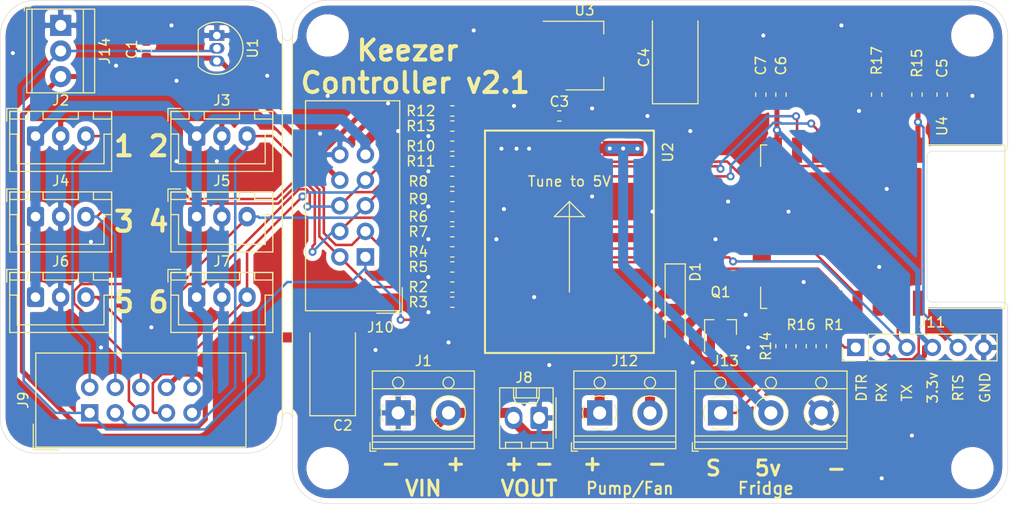
<source format=kicad_pcb>
(kicad_pcb (version 20171130) (host pcbnew "(5.1.4-0-10_14)")
  (layers (0 F.Cu signal) (31 B.Cu signal) (34 B.Paste user) (35 F.Paste user) (36 B.SilkS user) (37 F.SilkS user) (38 B.Mask user) (39 F.Mask user) (44 Edge.Cuts user))
  (net 0 "")
  (net 1 GND)
  (net 2 +3V3)
  (net 3 VCC)
  (net 4 +5V)
  (net 5 /~RST)
  (net 6 "Net-(D1-Pad2)")
  (net 7 "Net-(J10-Pad2)")
  (net 8 "Net-(J10-Pad3)")
  (net 9 "Net-(J10-Pad4)")
  (net 10 "Net-(J10-Pad5)")
  (net 11 "Net-(J10-Pad6)")
  (net 12 "Net-(J10-Pad7)")
  (net 13 /GPIO0_1W)
  (net 14 /RX_FL1)
  (net 15 /TX)
  (net 16 /GPIO2_FRIDGE)
  (net 17 /GPIO15_PUMP)
  (net 18 /FL2)
  (net 19 /FL3)
  (net 20 /FL4)
  (net 21 /FL5)
  (net 22 /FL6)
  (net 23 /EN)
  (module Connector_IDC:IDC-Header_2x05_P2.54mm_Vertical (layer F.Cu) (at 38.88 121 90)
    (fp_text reference J9 (at 1.27 -6.604 90) (layer F.SilkS))
    (fp_text value "Snapoff outer")
    (pad 10 thru_hole oval (at 2.54 10.16 90) (size 1.7272 1.7272) (drill 1.016) (layers *.Cu *.Mask) (net 1 GND))
    (pad 9 thru_hole oval (at 0 10.16 90) (size 1.7272 1.7272) (drill 1.016) (layers *.Cu *.Mask) (net 4 +5V))
    (pad 8 thru_hole oval (at 2.54 7.62 90) (size 1.7272 1.7272) (drill 1.016) (layers *.Cu *.Mask) (net 2 +3V3))
    (pad 7 thru_hole oval (at 0 7.62 90) (size 1.7272 1.7272) (drill 1.016) (layers *.Cu *.Mask) (net 12 "Net-(J10-Pad7)"))
    (pad 6 thru_hole oval (at 2.54 5.08 90) (size 1.7272 1.7272) (drill 1.016) (layers *.Cu *.Mask) (net 11 "Net-(J10-Pad6)"))
    (pad 5 thru_hole oval (at 0 5.08 90) (size 1.7272 1.7272) (drill 1.016) (layers *.Cu *.Mask) (net 10 "Net-(J10-Pad5)"))
    (pad 4 thru_hole oval (at 2.54 2.54 90) (size 1.7272 1.7272) (drill 1.016) (layers *.Cu *.Mask) (net 9 "Net-(J10-Pad4)"))
    (pad 3 thru_hole oval (at 0 2.54 90) (size 1.7272 1.7272) (drill 1.016) (layers *.Cu *.Mask) (net 8 "Net-(J10-Pad3)"))
    (pad 2 thru_hole oval (at 2.54 0 90) (size 1.7272 1.7272) (drill 1.016) (layers *.Cu *.Mask) (net 7 "Net-(J10-Pad2)"))
    (pad 1 thru_hole rect (at 0 0 90) (size 1.7272 1.7272) (drill 1.016) (layers *.Cu *.Mask) (net 13 /GPIO0_1W))
  )
  (module TerminalBlock_RND:TerminalBlock_RND_205-00013_1x03_P5.00mm_Horizontal (layer F.Cu) (at 101.5 121)
    (fp_text reference J13 (at 0.5 -5.16) (layer F.SilkS))
    (fp_text value Fridge)
    (pad 3 thru_hole circle (at 10 0) (size 2.5 2.5) (drill 1.3) (layers *.Cu *.Mask) (net 1 GND))
    (pad 2 thru_hole circle (at 5 0) (size 2.5 2.5) (drill 1.3) (layers *.Cu *.Mask) (net 4 +5V))
    (pad 1 thru_hole rect (at 0 0) (size 2.5 2.5) (drill 1.3) (layers *.Cu *.Mask) (net 16 /GPIO2_FRIDGE))
  )
  (module TerminalBlock_RND:TerminalBlock_RND_205-00012_1x02_P5.00mm_Horizontal (layer F.Cu) (at 89.5 121)
    (fp_text reference J12 (at 2.5 -5.16) (layer F.SilkS))
    (fp_text value "Cool pump")
    (pad 2 thru_hole circle (at 5 0) (size 2.5 2.5) (drill 1.3) (layers *.Cu *.Mask) (net 6 "Net-(D1-Pad2)"))
    (pad 1 thru_hole rect (at 0 0) (size 2.5 2.5) (drill 1.3) (layers *.Cu *.Mask) (net 3 VCC))
  )
  (module TerminalBlock_RND:TerminalBlock_RND_205-00012_1x02_P5.00mm_Horizontal (layer F.Cu) (at 69.5 121)
    (fp_text reference J1 (at 2.5 -5.16) (layer F.SilkS))
    (fp_text value Vin)
    (pad 2 thru_hole circle (at 5 0) (size 2.5 2.5) (drill 1.3) (layers *.Cu *.Mask) (net 3 VCC))
    (pad 1 thru_hole rect (at 0 0) (size 2.5 2.5) (drill 1.3) (layers *.Cu *.Mask) (net 1 GND))
  )
  (module Connector_PinHeader_2.54mm:PinHeader_1x06_P2.54mm_Vertical (layer F.Cu) (at 114.92 114.5 90)
    (fp_text reference J11 (at 2.5 7.58 180) (layer F.SilkS))
    (fp_text value Prog)
    (pad 6 thru_hole oval (at 0 12.7 90) (size 1.7 1.7) (drill 1) (layers *.Cu *.Mask) (net 1 GND))
    (pad 5 thru_hole oval (at 0 10.16 90) (size 1.7 1.7) (drill 1) (layers *.Cu *.Mask) (net 5 /~RST))
    (pad 4 thru_hole oval (at 0 7.62 90) (size 1.7 1.7) (drill 1) (layers *.Cu *.Mask) (net 2 +3V3))
    (pad 3 thru_hole oval (at 0 5.08 90) (size 1.7 1.7) (drill 1) (layers *.Cu *.Mask) (net 14 /RX_FL1))
    (pad 2 thru_hole oval (at 0 2.54 90) (size 1.7 1.7) (drill 1) (layers *.Cu *.Mask) (net 15 /TX))
    (pad 1 thru_hole rect (at 0 0 90) (size 1.7 1.7) (drill 1) (layers *.Cu *.Mask) (net 13 /GPIO0_1W))
  )
  (module MountingHole:MountingHole_3.2mm_M3 (layer F.Cu) (at 126.5 83.5)
    (fp_text reference H4 (at 0 0) (layer F.SilkS))
    (fp_text value MountingHole)
    (pad 1 np_thru_hole circle (at 0 0) (size 3.2 3.2) (drill 3.2) (layers *.Cu *.Mask))
  )
  (module MountingHole:MountingHole_3.2mm_M3 (layer F.Cu) (at 126.5 126.5)
    (fp_text reference H3 (at 0 0) (layer F.SilkS))
    (fp_text value MountingHole)
    (pad 1 np_thru_hole circle (at 0 0) (size 3.2 3.2) (drill 3.2) (layers *.Cu *.Mask))
  )
  (module MountingHole:MountingHole_3.2mm_M3 (layer F.Cu) (at 62.5 126.5)
    (fp_text reference H2 (at 0 0) (layer F.SilkS))
    (fp_text value MountingHole)
    (pad 1 np_thru_hole circle (at 0 0) (size 3.2 3.2) (drill 3.2) (layers *.Cu *.Mask))
  )
  (module MountingHole:MountingHole_3.2mm_M3 (layer F.Cu) (at 62.5 83.5)
    (fp_text reference H1 (at 0 0) (layer F.SilkS))
    (fp_text value MountingHole)
    (pad 1 np_thru_hole circle (at 0 0) (size 3.2 3.2) (drill 3.2) (layers *.Cu *.Mask))
  )
  (module RF_Module:ESP-12E (layer F.Cu) (at 117.6 102.5 270)
    (fp_text reference U4 (at -10 -5.9 90) (layer F.SilkS))
    (fp_text value ESP-12F)
    (pad 22 smd rect (at 7.6 -3.5 270) (size 2.5 1) (layers F.Cu F.Paste F.Mask) (net 15 /TX))
    (pad 21 smd rect (at 7.6 -1.5 270) (size 2.5 1) (layers F.Cu F.Paste F.Mask) (net 14 /RX_FL1))
    (pad 20 smd rect (at 7.6 0.5 270) (size 2.5 1) (layers F.Cu F.Paste F.Mask) (net 19 /FL3))
    (pad 19 smd rect (at 7.6 2.5 270) (size 2.5 1) (layers F.Cu F.Paste F.Mask) (net 18 /FL2))
    (pad 18 smd rect (at 7.6 4.5 270) (size 2.5 1) (layers F.Cu F.Paste F.Mask) (net 13 /GPIO0_1W))
    (pad 17 smd rect (at 7.6 6.5 270) (size 2.5 1) (layers F.Cu F.Paste F.Mask) (net 16 /GPIO2_FRIDGE))
    (pad 16 smd rect (at 7.6 8.5 270) (size 2.5 1) (layers F.Cu F.Paste F.Mask) (net 17 /GPIO15_PUMP))
    (pad 15 smd rect (at 7.6 10.5 270) (size 2.5 1) (layers F.Cu F.Paste F.Mask) (net 1 GND))
    (pad 14 smd rect (at 5 12 270) (size 1 1.8) (layers F.Cu F.Paste F.Mask))
    (pad 13 smd rect (at 3 12 270) (size 1 1.8) (layers F.Cu F.Paste F.Mask))
    (pad 12 smd rect (at 1 12 270) (size 1 1.8) (layers F.Cu F.Paste F.Mask))
    (pad 11 smd rect (at -1 12 270) (size 1 1.8) (layers F.Cu F.Paste F.Mask))
    (pad 10 smd rect (at -3 12 270) (size 1 1.8) (layers F.Cu F.Paste F.Mask))
    (pad 9 smd rect (at -5 12 270) (size 1 1.8) (layers F.Cu F.Paste F.Mask))
    (pad 8 smd rect (at -7.6 10.5 270) (size 2.5 1) (layers F.Cu F.Paste F.Mask) (net 2 +3V3))
    (pad 7 smd rect (at -7.6 8.5 270) (size 2.5 1) (layers F.Cu F.Paste F.Mask) (net 21 /FL5))
    (pad 6 smd rect (at -7.6 6.5 270) (size 2.5 1) (layers F.Cu F.Paste F.Mask) (net 20 /FL4))
    (pad 5 smd rect (at -7.6 4.5 270) (size 2.5 1) (layers F.Cu F.Paste F.Mask) (net 22 /FL6))
    (pad 4 smd rect (at -7.6 2.5 270) (size 2.5 1) (layers F.Cu F.Paste F.Mask))
    (pad 3 smd rect (at -7.6 0.5 270) (size 2.5 1) (layers F.Cu F.Paste F.Mask) (net 23 /EN))
    (pad 2 smd rect (at -7.6 -1.5 270) (size 2.5 1) (layers F.Cu F.Paste F.Mask))
    (pad 1 smd rect (at -7.6 -3.5 270) (size 2.5 1) (layers F.Cu F.Paste F.Mask) (net 5 /~RST))
  )
  (module Package_TO_SOT_SMD:SOT-223-3_TabPin2 (layer F.Cu) (at 88 85.5)
    (fp_text reference U3 (at 0 -4.5) (layer F.SilkS))
    (fp_text value AMS1117-3.3)
    (pad 1 smd rect (at -3.15 -2.3) (size 2 1.5) (layers F.Cu F.Paste F.Mask) (net 1 GND))
    (pad 3 smd rect (at -3.15 2.3) (size 2 1.5) (layers F.Cu F.Paste F.Mask) (net 4 +5V))
    (pad 2 smd rect (at -3.15 0) (size 2 1.5) (layers F.Cu F.Paste F.Mask) (net 2 +3V3))
    (pad 2 smd rect (at 3.15 0) (size 2 3.8) (layers F.Cu F.Paste F.Mask) (net 2 +3V3))
  )
  (module modules:MP1584module (layer F.Cu) (at 86.5 104 90)
    (fp_text reference U2 (at 8.89 9.779 90) (layer F.SilkS))
    (fp_text value "MP1584 module")
    (pad 1 smd rect (at -9.271 -5.334 90) (size 1.524 4.064) (layers F.Cu F.Paste F.Mask) (net 1 GND))
    (pad 1 smd rect (at 9.271 -5.334 90) (size 1.524 4.064) (layers F.Cu F.Paste F.Mask) (net 1 GND))
    (pad 2 smd rect (at 9.271 5.334 90) (size 1.524 4.064) (layers F.Cu F.Paste F.Mask) (net 4 +5V))
    (pad 3 smd rect (at -9.271 5.334 90) (size 1.524 4.064) (layers F.Cu F.Paste F.Mask) (net 3 VCC))
  )
  (module Package_TO_SOT_THT:TO-92_Inline (layer F.Cu) (at 51.5 83.5 270)
    (fp_text reference U1 (at 1.27 -3.56 90) (layer F.SilkS))
    (fp_text value DS18B20)
    (pad 1 thru_hole rect (at 0 0 270) (size 1.05 1.5) (drill 0.75) (layers *.Cu *.Mask) (net 1 GND))
    (pad 3 thru_hole oval (at 2.54 0 270) (size 1.05 1.5) (drill 0.75) (layers *.Cu *.Mask) (net 2 +3V3))
    (pad 2 thru_hole oval (at 1.27 0 270) (size 1.05 1.5) (drill 0.75) (layers *.Cu *.Mask) (net 13 /GPIO0_1W))
  )
  (module Resistor_SMD:R_0603_1608Metric_Pad1.05x0.95mm_HandSolder (layer F.Cu) (at 117 89.375 90)
    (fp_text reference R17 (at 3.375 0 90) (layer F.SilkS))
    (fp_text value 10k)
    (pad 2 smd roundrect (at 0.875 0 90) (size 1.05 0.95) (layers F.Cu F.Paste F.Mask) (net 2 +3V3))
    (pad 1 smd roundrect (at -0.875 0 90) (size 1.05 0.95) (layers F.Cu F.Paste F.Mask) (net 23 /EN))
  )
  (module Resistor_SMD:R_0603_1608Metric_Pad1.05x0.95mm_HandSolder (layer F.Cu) (at 109.5 114.375 270)
    (fp_text reference R16 (at -2.125 0 180) (layer F.SilkS))
    (fp_text value 10k)
    (pad 2 smd roundrect (at 0.875 0 270) (size 1.05 0.95) (layers F.Cu F.Paste F.Mask) (net 2 +3V3))
    (pad 1 smd roundrect (at -0.875 0 270) (size 1.05 0.95) (layers F.Cu F.Paste F.Mask) (net 16 /GPIO2_FRIDGE))
  )
  (module Resistor_SMD:R_0603_1608Metric_Pad1.05x0.95mm_HandSolder (layer F.Cu) (at 121 89.375 90)
    (fp_text reference R15 (at 3.125 0 90) (layer F.SilkS))
    (fp_text value 10k)
    (pad 2 smd roundrect (at 0.875 0 90) (size 1.05 0.95) (layers F.Cu F.Paste F.Mask) (net 2 +3V3))
    (pad 1 smd roundrect (at -0.875 0 90) (size 1.05 0.95) (layers F.Cu F.Paste F.Mask) (net 5 /~RST))
  )
  (module Resistor_SMD:R_0603_1608Metric_Pad1.05x0.95mm_HandSolder (layer F.Cu) (at 107.5 114.375 270)
    (fp_text reference R14 (at 0 1.5 90) (layer F.SilkS))
    (fp_text value 10k)
    (pad 2 smd roundrect (at 0.875 0 270) (size 1.05 0.95) (layers F.Cu F.Paste F.Mask) (net 1 GND))
    (pad 1 smd roundrect (at -0.875 0 270) (size 1.05 0.95) (layers F.Cu F.Paste F.Mask) (net 17 /GPIO15_PUMP))
  )
  (module Resistor_SMD:R_0603_1608Metric_Pad1.05x0.95mm_HandSolder (layer F.Cu) (at 74.875 92.5 180)
    (fp_text reference R13 (at 3.125 0) (layer F.SilkS))
    (fp_text value 20k)
    (pad 2 smd roundrect (at 0.875 0 180) (size 1.05 0.95) (layers F.Cu F.Paste F.Mask) (net 1 GND))
    (pad 1 smd roundrect (at -0.875 0 180) (size 1.05 0.95) (layers F.Cu F.Paste F.Mask) (net 22 /FL6))
  )
  (module Resistor_SMD:R_0603_1608Metric_Pad1.05x0.95mm_HandSolder (layer F.Cu) (at 74.875 91)
    (fp_text reference R12 (at -3.125 0) (layer F.SilkS))
    (fp_text value 10k)
    (pad 2 smd roundrect (at 0.875 0) (size 1.05 0.95) (layers F.Cu F.Paste F.Mask) (net 22 /FL6))
    (pad 1 smd roundrect (at -0.875 0) (size 1.05 0.95) (layers F.Cu F.Paste F.Mask) (net 12 "Net-(J10-Pad7)"))
  )
  (module Resistor_SMD:R_0603_1608Metric_Pad1.05x0.95mm_HandSolder (layer F.Cu) (at 74.875 96 180)
    (fp_text reference R11 (at 3.125 0) (layer F.SilkS))
    (fp_text value 20k)
    (pad 2 smd roundrect (at 0.875 0 180) (size 1.05 0.95) (layers F.Cu F.Paste F.Mask) (net 1 GND))
    (pad 1 smd roundrect (at -0.875 0 180) (size 1.05 0.95) (layers F.Cu F.Paste F.Mask) (net 21 /FL5))
  )
  (module Resistor_SMD:R_0603_1608Metric_Pad1.05x0.95mm_HandSolder (layer F.Cu) (at 74.875 94.5)
    (fp_text reference R10 (at -3.125 0) (layer F.SilkS))
    (fp_text value 10k)
    (pad 2 smd roundrect (at 0.875 0) (size 1.05 0.95) (layers F.Cu F.Paste F.Mask) (net 21 /FL5))
    (pad 1 smd roundrect (at -0.875 0) (size 1.05 0.95) (layers F.Cu F.Paste F.Mask) (net 11 "Net-(J10-Pad6)"))
  )
  (module Resistor_SMD:R_0603_1608Metric_Pad1.05x0.95mm_HandSolder (layer F.Cu) (at 74.875 99.5 180)
    (fp_text reference R9 (at 3.375 -0.25) (layer F.SilkS))
    (fp_text value 20k)
    (pad 2 smd roundrect (at 0.875 0 180) (size 1.05 0.95) (layers F.Cu F.Paste F.Mask) (net 1 GND))
    (pad 1 smd roundrect (at -0.875 0 180) (size 1.05 0.95) (layers F.Cu F.Paste F.Mask) (net 20 /FL4))
  )
  (module Resistor_SMD:R_0603_1608Metric_Pad1.05x0.95mm_HandSolder (layer F.Cu) (at 74.875 98)
    (fp_text reference R8 (at -3.375 0) (layer F.SilkS))
    (fp_text value 10k)
    (pad 2 smd roundrect (at 0.875 0) (size 1.05 0.95) (layers F.Cu F.Paste F.Mask) (net 20 /FL4))
    (pad 1 smd roundrect (at -0.875 0) (size 1.05 0.95) (layers F.Cu F.Paste F.Mask) (net 10 "Net-(J10-Pad5)"))
  )
  (module Resistor_SMD:R_0603_1608Metric_Pad1.05x0.95mm_HandSolder (layer F.Cu) (at 74.875 103 180)
    (fp_text reference R7 (at 3.375 0) (layer F.SilkS))
    (fp_text value 20k)
    (pad 2 smd roundrect (at 0.875 0 180) (size 1.05 0.95) (layers F.Cu F.Paste F.Mask) (net 1 GND))
    (pad 1 smd roundrect (at -0.875 0 180) (size 1.05 0.95) (layers F.Cu F.Paste F.Mask) (net 19 /FL3))
  )
  (module Resistor_SMD:R_0603_1608Metric_Pad1.05x0.95mm_HandSolder (layer F.Cu) (at 74.875 101.5)
    (fp_text reference R6 (at -3.375 0) (layer F.SilkS))
    (fp_text value 10k)
    (pad 2 smd roundrect (at 0.875 0) (size 1.05 0.95) (layers F.Cu F.Paste F.Mask) (net 19 /FL3))
    (pad 1 smd roundrect (at -0.875 0) (size 1.05 0.95) (layers F.Cu F.Paste F.Mask) (net 9 "Net-(J10-Pad4)"))
  )
  (module Resistor_SMD:R_0603_1608Metric_Pad1.05x0.95mm_HandSolder (layer F.Cu) (at 74.875 106.5 180)
    (fp_text reference R5 (at 3.375 0) (layer F.SilkS))
    (fp_text value 20k)
    (pad 2 smd roundrect (at 0.875 0 180) (size 1.05 0.95) (layers F.Cu F.Paste F.Mask) (net 1 GND))
    (pad 1 smd roundrect (at -0.875 0 180) (size 1.05 0.95) (layers F.Cu F.Paste F.Mask) (net 18 /FL2))
  )
  (module Resistor_SMD:R_0603_1608Metric_Pad1.05x0.95mm_HandSolder (layer F.Cu) (at 74.875 105)
    (fp_text reference R4 (at -3.375 0) (layer F.SilkS))
    (fp_text value 10k)
    (pad 2 smd roundrect (at 0.875 0) (size 1.05 0.95) (layers F.Cu F.Paste F.Mask) (net 18 /FL2))
    (pad 1 smd roundrect (at -0.875 0) (size 1.05 0.95) (layers F.Cu F.Paste F.Mask) (net 8 "Net-(J10-Pad3)"))
  )
  (module Resistor_SMD:R_0603_1608Metric_Pad1.05x0.95mm_HandSolder (layer F.Cu) (at 74.875 110 180)
    (fp_text reference R3 (at 3.375 0) (layer F.SilkS))
    (fp_text value 20k)
    (pad 2 smd roundrect (at 0.875 0 180) (size 1.05 0.95) (layers F.Cu F.Paste F.Mask) (net 1 GND))
    (pad 1 smd roundrect (at -0.875 0 180) (size 1.05 0.95) (layers F.Cu F.Paste F.Mask) (net 14 /RX_FL1))
  )
  (module Resistor_SMD:R_0603_1608Metric_Pad1.05x0.95mm_HandSolder (layer F.Cu) (at 74.875 108.5)
    (fp_text reference R2 (at -3.375 0) (layer F.SilkS))
    (fp_text value 10k)
    (pad 2 smd roundrect (at 0.875 0) (size 1.05 0.95) (layers F.Cu F.Paste F.Mask) (net 14 /RX_FL1))
    (pad 1 smd roundrect (at -0.875 0) (size 1.05 0.95) (layers F.Cu F.Paste F.Mask) (net 7 "Net-(J10-Pad2)"))
  )
  (module Resistor_SMD:R_0603_1608Metric_Pad1.05x0.95mm_HandSolder (layer F.Cu) (at 111.5 114.375 270)
    (fp_text reference R1 (at -2.125 -1.25 180) (layer F.SilkS))
    (fp_text value 4k7)
    (pad 2 smd roundrect (at 0.875 0 270) (size 1.05 0.95) (layers F.Cu F.Paste F.Mask) (net 2 +3V3))
    (pad 1 smd roundrect (at -0.875 0 270) (size 1.05 0.95) (layers F.Cu F.Paste F.Mask) (net 13 /GPIO0_1W))
  )
  (module Package_TO_SOT_SMD:SOT-23_Handsoldering (layer F.Cu) (at 101.5 112.5 90)
    (fp_text reference Q1 (at 3.5 0 180) (layer F.SilkS))
    (fp_text value SI2302DS_N-FET)
    (pad 3 smd rect (at 1.5 0 90) (size 1.9 0.8) (layers F.Cu F.Paste F.Mask) (net 6 "Net-(D1-Pad2)"))
    (pad 2 smd rect (at -1.5 0.95 90) (size 1.9 0.8) (layers F.Cu F.Paste F.Mask) (net 1 GND))
    (pad 1 smd rect (at -1.5 -0.95 90) (size 1.9 0.8) (layers F.Cu F.Paste F.Mask) (net 17 /GPIO15_PUMP))
  )
  (module TerminalBlock_TE-Connectivity:TerminalBlock_TE_282834-3_1x03_P2.54mm_Horizontal (layer F.Cu) (at 36 82.5 270)
    (fp_text reference J14 (at 2.54 -4.37 90) (layer F.SilkS))
    (fp_text value 1W)
    (pad 3 thru_hole circle (at 5.08 0 270) (size 2.1 2.1) (drill 1.1) (layers *.Cu *.Mask) (net 2 +3V3))
    (pad 2 thru_hole circle (at 2.54 0 270) (size 2.1 2.1) (drill 1.1) (layers *.Cu *.Mask) (net 13 /GPIO0_1W))
    (pad 1 thru_hole rect (at 0 0 270) (size 2.1 2.1) (drill 1.1) (layers *.Cu *.Mask) (net 1 GND))
  )
  (module Connector_IDC:IDC-Header_2x05_P2.54mm_Vertical (layer F.Cu) (at 66.25 105.5 180)
    (fp_text reference J10 (at -1.5 -7) (layer F.SilkS))
    (fp_text value "Snapoff inner")
    (pad 10 thru_hole oval (at 2.54 10.16 180) (size 1.7272 1.7272) (drill 1.016) (layers *.Cu *.Mask) (net 1 GND))
    (pad 9 thru_hole oval (at 0 10.16 180) (size 1.7272 1.7272) (drill 1.016) (layers *.Cu *.Mask) (net 4 +5V))
    (pad 8 thru_hole oval (at 2.54 7.62 180) (size 1.7272 1.7272) (drill 1.016) (layers *.Cu *.Mask) (net 2 +3V3))
    (pad 7 thru_hole oval (at 0 7.62 180) (size 1.7272 1.7272) (drill 1.016) (layers *.Cu *.Mask) (net 12 "Net-(J10-Pad7)"))
    (pad 6 thru_hole oval (at 2.54 5.08 180) (size 1.7272 1.7272) (drill 1.016) (layers *.Cu *.Mask) (net 11 "Net-(J10-Pad6)"))
    (pad 5 thru_hole oval (at 0 5.08 180) (size 1.7272 1.7272) (drill 1.016) (layers *.Cu *.Mask) (net 10 "Net-(J10-Pad5)"))
    (pad 4 thru_hole oval (at 2.54 2.54 180) (size 1.7272 1.7272) (drill 1.016) (layers *.Cu *.Mask) (net 9 "Net-(J10-Pad4)"))
    (pad 3 thru_hole oval (at 0 2.54 180) (size 1.7272 1.7272) (drill 1.016) (layers *.Cu *.Mask) (net 8 "Net-(J10-Pad3)"))
    (pad 2 thru_hole oval (at 2.54 0 180) (size 1.7272 1.7272) (drill 1.016) (layers *.Cu *.Mask) (net 7 "Net-(J10-Pad2)"))
    (pad 1 thru_hole rect (at 0 0 180) (size 1.7272 1.7272) (drill 1.016) (layers *.Cu *.Mask) (net 13 /GPIO0_1W))
  )
  (module Connector_Molex:Molex_KK-254_AE-6410-02A_1x02_P2.54mm_Vertical (layer F.Cu) (at 83.5 121.5 180)
    (fp_text reference J8 (at 1.5 4) (layer F.SilkS))
    (fp_text value Vout)
    (pad 2 thru_hole oval (at 2.54 0 180) (size 1.74 2.2) (drill 1.2) (layers *.Cu *.Mask) (net 3 VCC))
    (pad 1 thru_hole roundrect (at 0 0 180) (size 1.74 2.2) (drill 1.2) (layers *.Cu *.Mask) (roundrect_rratio 0.143678) (net 1 GND))
  )
  (module Connector_JST:JST_XH_B3B-XH-A_1x03_P2.50mm_Vertical (layer F.Cu) (at 49.5 109.5)
    (fp_text reference J7 (at 2.5 -3.55) (layer F.SilkS))
    (fp_text value Flow6)
    (pad 3 thru_hole oval (at 5 0) (size 1.7 1.95) (drill 0.95) (layers *.Cu *.Mask) (net 12 "Net-(J10-Pad7)"))
    (pad 2 thru_hole oval (at 2.5 0) (size 1.7 1.95) (drill 0.95) (layers *.Cu *.Mask) (net 1 GND))
    (pad 1 thru_hole roundrect (at 0 0) (size 1.7 1.95) (drill 0.95) (layers *.Cu *.Mask) (roundrect_rratio 0.147059) (net 4 +5V))
  )
  (module Connector_JST:JST_XH_B3B-XH-A_1x03_P2.50mm_Vertical (layer F.Cu) (at 33.5 109.5)
    (fp_text reference J6 (at 2.5 -3.55) (layer F.SilkS))
    (fp_text value Flow5)
    (pad 3 thru_hole oval (at 5 0) (size 1.7 1.95) (drill 0.95) (layers *.Cu *.Mask) (net 11 "Net-(J10-Pad6)"))
    (pad 2 thru_hole oval (at 2.5 0) (size 1.7 1.95) (drill 0.95) (layers *.Cu *.Mask) (net 1 GND))
    (pad 1 thru_hole roundrect (at 0 0) (size 1.7 1.95) (drill 0.95) (layers *.Cu *.Mask) (roundrect_rratio 0.147059) (net 4 +5V))
  )
  (module Connector_JST:JST_XH_B3B-XH-A_1x03_P2.50mm_Vertical (layer F.Cu) (at 49.5 101.5)
    (fp_text reference J5 (at 2.5 -3.55) (layer F.SilkS))
    (fp_text value Flow4)
    (pad 3 thru_hole oval (at 5 0) (size 1.7 1.95) (drill 0.95) (layers *.Cu *.Mask) (net 10 "Net-(J10-Pad5)"))
    (pad 2 thru_hole oval (at 2.5 0) (size 1.7 1.95) (drill 0.95) (layers *.Cu *.Mask) (net 1 GND))
    (pad 1 thru_hole roundrect (at 0 0) (size 1.7 1.95) (drill 0.95) (layers *.Cu *.Mask) (roundrect_rratio 0.147059) (net 4 +5V))
  )
  (module Connector_JST:JST_XH_B3B-XH-A_1x03_P2.50mm_Vertical (layer F.Cu) (at 33.5 101.5)
    (fp_text reference J4 (at 2.5 -3.55) (layer F.SilkS))
    (fp_text value Flow3)
    (pad 3 thru_hole oval (at 5 0) (size 1.7 1.95) (drill 0.95) (layers *.Cu *.Mask) (net 9 "Net-(J10-Pad4)"))
    (pad 2 thru_hole oval (at 2.5 0) (size 1.7 1.95) (drill 0.95) (layers *.Cu *.Mask) (net 1 GND))
    (pad 1 thru_hole roundrect (at 0 0) (size 1.7 1.95) (drill 0.95) (layers *.Cu *.Mask) (roundrect_rratio 0.147059) (net 4 +5V))
  )
  (module Connector_JST:JST_XH_B3B-XH-A_1x03_P2.50mm_Vertical (layer F.Cu) (at 49.5 93.5)
    (fp_text reference J3 (at 2.5 -3.55) (layer F.SilkS))
    (fp_text value Flow2)
    (pad 3 thru_hole oval (at 5 0) (size 1.7 1.95) (drill 0.95) (layers *.Cu *.Mask) (net 8 "Net-(J10-Pad3)"))
    (pad 2 thru_hole oval (at 2.5 0) (size 1.7 1.95) (drill 0.95) (layers *.Cu *.Mask) (net 1 GND))
    (pad 1 thru_hole roundrect (at 0 0) (size 1.7 1.95) (drill 0.95) (layers *.Cu *.Mask) (roundrect_rratio 0.147059) (net 4 +5V))
  )
  (module Connector_JST:JST_XH_B3B-XH-A_1x03_P2.50mm_Vertical (layer F.Cu) (at 33.5 93.5)
    (fp_text reference J2 (at 2.5 -3.55) (layer F.SilkS))
    (fp_text value Flow1)
    (pad 3 thru_hole oval (at 5 0) (size 1.7 1.95) (drill 0.95) (layers *.Cu *.Mask) (net 7 "Net-(J10-Pad2)"))
    (pad 2 thru_hole oval (at 2.5 0) (size 1.7 1.95) (drill 0.95) (layers *.Cu *.Mask) (net 1 GND))
    (pad 1 thru_hole roundrect (at 0 0) (size 1.7 1.95) (drill 0.95) (layers *.Cu *.Mask) (roundrect_rratio 0.147059) (net 4 +5V))
  )
  (module Diode_SMD:D_MiniMELF_Handsoldering (layer F.Cu) (at 97 110.75 270)
    (fp_text reference D1 (at -3.75 -2 90) (layer F.SilkS))
    (fp_text value D_Small_ALT)
    (pad 2 smd rect (at 2.75 0 270) (size 3.3 1.7) (layers F.Cu F.Paste F.Mask) (net 6 "Net-(D1-Pad2)"))
    (pad 1 smd rect (at -2.75 0 270) (size 3.3 1.7) (layers F.Cu F.Paste F.Mask) (net 3 VCC))
  )
  (module Capacitor_SMD:C_0603_1608Metric_Pad1.05x0.95mm_HandSolder (layer F.Cu) (at 105.5 89.375 90)
    (fp_text reference C7 (at 2.875 0 90) (layer F.SilkS))
    (fp_text value 100n)
    (pad 2 smd roundrect (at 0.875 0 90) (size 1.05 0.95) (layers F.Cu F.Paste F.Mask) (net 1 GND))
    (pad 1 smd roundrect (at -0.875 0 90) (size 1.05 0.95) (layers F.Cu F.Paste F.Mask) (net 2 +3V3))
  )
  (module Capacitor_SMD:C_0603_1608Metric_Pad1.05x0.95mm_HandSolder (layer F.Cu) (at 107.5 89.375 90)
    (fp_text reference C6 (at 2.875 0 90) (layer F.SilkS))
    (fp_text value 10uF)
    (pad 2 smd roundrect (at 0.875 0 90) (size 1.05 0.95) (layers F.Cu F.Paste F.Mask) (net 1 GND))
    (pad 1 smd roundrect (at -0.875 0 90) (size 1.05 0.95) (layers F.Cu F.Paste F.Mask) (net 2 +3V3))
  )
  (module Capacitor_SMD:C_0603_1608Metric_Pad1.05x0.95mm_HandSolder (layer F.Cu) (at 123.5 89.375 270)
    (fp_text reference C5 (at -2.625 0 90) (layer F.SilkS))
    (fp_text value 100n)
    (pad 2 smd roundrect (at 0.875 0 270) (size 1.05 0.95) (layers F.Cu F.Paste F.Mask) (net 5 /~RST))
    (pad 1 smd roundrect (at -0.875 0 270) (size 1.05 0.95) (layers F.Cu F.Paste F.Mask) (net 1 GND))
  )
  (module Capacitor_Tantalum_SMD:CP_EIA-7343-15_Kemet-W_Pad2.25x2.55mm_HandSolder (layer F.Cu) (at 97 85.7 90)
    (fp_text reference C4 (at 0 -3.1 90) (layer F.SilkS))
    (fp_text value 100u)
    (pad 2 smd roundrect (at 3.2 0 90) (size 2.25 2.55) (layers F.Cu F.Paste F.Mask) (roundrect_rratio 0.111111) (net 1 GND))
    (pad 1 smd roundrect (at -3.2 0 90) (size 2.25 2.55) (layers F.Cu F.Paste F.Mask) (roundrect_rratio 0.111111) (net 2 +3V3))
  )
  (module Capacitor_SMD:C_0603_1608Metric_Pad1.05x0.95mm_HandSolder (layer F.Cu) (at 85.5 91.5)
    (fp_text reference C3 (at 0 -1.43) (layer F.SilkS))
    (fp_text value 10uF)
    (pad 2 smd roundrect (at 0.875 0) (size 1.05 0.95) (layers F.Cu F.Paste F.Mask) (net 1 GND))
    (pad 1 smd roundrect (at -0.875 0) (size 1.05 0.95) (layers F.Cu F.Paste F.Mask) (net 4 +5V))
  )
  (module Capacitor_Tantalum_SMD:CP_EIA-7343-15_Kemet-W_Pad2.25x2.55mm_HandSolder (layer F.Cu) (at 63 116.7 90)
    (fp_text reference C2 (at -5.55 1 180) (layer F.SilkS))
    (fp_text value 100u)
    (pad 2 smd roundrect (at 3.2 0 90) (size 2.25 2.55) (layers F.Cu F.Paste F.Mask) (roundrect_rratio 0.111111) (net 1 GND))
    (pad 1 smd roundrect (at -3.2 0 90) (size 2.25 2.55) (layers F.Cu F.Paste F.Mask) (roundrect_rratio 0.111111) (net 3 VCC))
  )
  (module Capacitor_SMD:C_0603_1608Metric_Pad1.05x0.95mm_HandSolder (layer F.Cu) (at 44.5 84.875 90)
    (fp_text reference C1 (at 0 -1.43 90) (layer F.SilkS))
    (fp_text value 100n)
    (pad 2 smd roundrect (at 0.875 0 90) (size 1.05 0.95) (layers F.Cu F.Paste F.Mask) (net 1 GND))
    (pad 1 smd roundrect (at -0.875 0 90) (size 1.05 0.95) (layers F.Cu F.Paste F.Mask) (net 2 +3V3))
  )
  (gr_text "Keezer \nController v2.1" (at 71.2 86.6) (layer F.SilkS) (effects (font (size 2 2) (thickness 0.4))))
  (gr_text GND (at 127.762 118.491 90) (layer F.SilkS) (effects (font (size 1 1))))
  (gr_text "RTS\n" (at 125.095 118.5 90) (layer F.SilkS) (effects (font (size 1 1))))
  (gr_text 3.3v (at 122.555 118.5 90) (layer F.SilkS) (effects (font (size 1 1))))
  (gr_text TX (at 120 119 90) (layer F.SilkS) (effects (font (size 1 1))))
  (gr_text RX (at 117.5 119 90) (layer F.SilkS) (effects (font (size 1 1))))
  (gr_text DTR (at 115.5 118.5 90) (layer F.SilkS) (effects (font (size 1 1))))
  (gr_line (start 130 110.5) (end 130 125) (layer Edge.Cuts) (width 0.05))
  (gr_line (start 122.5 110) (end 129.5 110) (layer Edge.Cuts) (width 0.05))
  (gr_line (start 122 95.5) (end 122 109.5) (layer Edge.Cuts) (width 0.05))
  (gr_line (start 129.5 95) (end 122.5 95) (layer Edge.Cuts) (width 0.05))
  (gr_line (start 130 83.5) (end 130 94.5) (layer Edge.Cuts) (width 0.05))
  (gr_arc (start 122.5 109.5) (end 122 109.5) (angle -90) (layer Edge.Cuts) (width 0.05))
  (gr_arc (start 129.5 94.5) (end 129.5 95) (angle -90) (layer Edge.Cuts) (width 0.05))
  (gr_arc (start 122.5 95.5) (end 122.5 95) (angle -90) (layer Edge.Cuts) (width 0.05))
  (gr_arc (start 129.5 110.5) (end 130 110.5) (angle -90) (layer Edge.Cuts) (width 0.05))
  (gr_text "5 6" (at 44 110) (layer F.SilkS) (effects (font (size 2 2) (thickness 0.4))))
  (gr_text "3 4" (at 44 102) (layer F.SilkS) (effects (font (size 2 2) (thickness 0.4))))
  (gr_text "1 2" (at 44 94.5) (layer F.SilkS) (effects (font (size 2 2) (thickness 0.4))))
  (gr_line (start 58 83.5) (end 58 121.5) (layer F.SilkS) (width 0.12))
  (gr_line (start 33.5 80) (end 54.5 80) (layer Edge.Cuts) (width 0.05))
  (gr_arc (start 33.5 121.5) (end 30 121.5) (angle -90) (layer Edge.Cuts) (width 0.05))
  (gr_arc (start 33.5 83.5) (end 33.5 80) (angle -90) (layer Edge.Cuts) (width 0.05))
  (gr_line (start 126.5 80) (end 62.5 80) (layer Edge.Cuts) (width 0.05))
  (gr_arc (start 58.5 83.5) (end 58 83.5) (angle -180) (layer Edge.Cuts) (width 0.05))
  (gr_arc (start 58.5 121.5) (end 59 121.5) (angle -180) (layer Edge.Cuts) (width 0.05))
  (gr_arc (start 54.5 121.5) (end 54.5 125) (angle -90) (layer Edge.Cuts) (width 0.05))
  (gr_line (start 62.5 130) (end 126.5 130) (layer Edge.Cuts) (width 0.05))
  (gr_line (start 33.5 125) (end 54.5 125) (layer Edge.Cuts) (width 0.05))
  (gr_arc (start 62.5 126.5) (end 59 126.5) (angle -90) (layer Edge.Cuts) (width 0.05))
  (gr_arc (start 54.5 83.5) (end 58 83.5) (angle -90) (layer Edge.Cuts) (width 0.05))
  (gr_arc (start 62.5 83.5) (end 62.5 80) (angle -90) (layer Edge.Cuts) (width 0.05))
  (gr_arc (start 126.5 83.5) (end 130 83.5) (angle -90) (layer Edge.Cuts) (width 0.05))
  (gr_arc (start 126.5 126.5) (end 126.5 130) (angle -90) (layer Edge.Cuts) (width 0.05))
  (gr_text "S   5v    -" (at 107 126.5) (layer F.SilkS) (effects (font (size 1.5 1.5) (thickness 0.3))))
  (gr_text Fridge (at 106 128.5) (layer F.SilkS) (effects (font (size 1.2 1.2) (thickness 0.2))))
  (gr_text "+    -" (at 92 126) (layer F.SilkS) (effects (font (size 1.5 1.5) (thickness 0.3))))
  (gr_text Pump/Fan (at 92.5 128.5) (layer F.SilkS) (effects (font (size 1.2 1.1) (thickness 0.2))))
  (gr_text VOUT (at 82.5 128.5) (layer F.SilkS) (effects (font (size 1.5 1.5) (thickness 0.3))))
  (gr_text "+ -" (at 82.5 126) (layer F.SilkS) (effects (font (size 1.5 1.5) (thickness 0.3))))
  (gr_text "-    +" (at 72 126) (layer F.SilkS) (effects (font (size 1.5 1.5) (thickness 0.3))))
  (gr_text VIN (at 72 128.5) (layer F.SilkS) (effects (font (size 1.5 1.5) (thickness 0.3))))
  (gr_text "Tune to 5V" (at 86.5 98) (layer F.SilkS) (effects (font (size 1 1))))
  (gr_line (start 88 101.5) (end 86.5 100) (layer F.SilkS) (width 0.12))
  (gr_line (start 87.5 101.5) (end 88 101.5) (layer F.SilkS) (width 0.12))
  (gr_line (start 85 101.5) (end 87.5 101.5) (layer F.SilkS) (width 0.12))
  (gr_line (start 86.5 100) (end 85 101.5) (layer F.SilkS) (width 0.12))
  (gr_line (start 86.5 109) (end 86.5 100) (layer F.SilkS) (width 0.12))
  (gr_line (start 130 125.5) (end 130 125) (layer Edge.Cuts) (width 0.05))
  (gr_line (start 130 126.5) (end 130 125.5) (layer Edge.Cuts) (width 0.05))
  (gr_line (start 59 126.5) (end 59 121.5) (layer Edge.Cuts) (width 0.05))
  (gr_line (start 59 121.5) (end 59 83.5) (layer F.SilkS) (width 0.12))
  (gr_line (start 30 83.5) (end 30 121.5) (layer Edge.Cuts) (width 0.05))
  (via (at 82.5 94.75) (size 0.8) (drill 0.4) (layers F.Cu B.Cu) (net 1))
  (via (at 81.25 94.75) (size 0.8) (drill 0.4) (layers F.Cu B.Cu) (net 1))
  (via (at 79.75 94.75) (size 0.8) (drill 0.4) (layers F.Cu B.Cu) (net 1))
  (via (at 51.5 96) (size 0.8) (drill 0.4) (layers F.Cu B.Cu) (net 1))
  (via (at 47.5 96) (size 0.8) (drill 0.4) (layers F.Cu B.Cu) (net 1))
  (via (at 45 112.5) (size 0.8) (drill 0.4) (layers F.Cu B.Cu) (net 1))
  (via (at 47 82.5) (size 0.8) (drill 0.4) (layers F.Cu B.Cu) (net 1))
  (via (at 47.5 88) (size 0.8) (drill 0.4) (layers F.Cu B.Cu) (net 1))
  (via (at 56.5 87.5) (size 0.8) (drill 0.4) (layers F.Cu B.Cu) (net 1))
  (via (at 41.5 86.5) (size 0.8) (drill 0.4) (layers F.Cu B.Cu) (net 1))
  (via (at 40 114.5) (size 0.8) (drill 0.4) (layers F.Cu B.Cu) (net 1))
  (via (at 39 104) (size 0.8) (drill 0.4) (layers F.Cu B.Cu) (net 1))
  (via (at 54.95 113.5) (size 0.8) (drill 0.4) (layers F.Cu B.Cu) (net 1))
  (segment (start 63 113.5) (end 54.95 113.5) (width 1) (layer F.Cu) (net 1))
  (via (at 72.5 93.5) (size 0.8) (drill 0.4) (layers F.Cu B.Cu) (net 1))
  (via (at 72.5 97) (size 0.8) (drill 0.4) (layers F.Cu B.Cu) (net 1))
  (via (at 72.5 100.5) (size 0.8) (drill 0.4) (layers F.Cu B.Cu) (net 1))
  (via (at 72.5 103.75) (size 0.8) (drill 0.4) (layers F.Cu B.Cu) (net 1))
  (via (at 72.5 111) (size 0.8) (drill 0.4) (layers F.Cu B.Cu) (net 1))
  (via (at 72.5 107.5) (size 0.8) (drill 0.4) (layers F.Cu B.Cu) (net 1))
  (via (at 88.75 90.75) (size 0.8) (drill 0.4) (layers F.Cu B.Cu) (net 1))
  (via (at 98.5 93) (size 0.8) (drill 0.4) (layers F.Cu B.Cu) (net 1))
  (via (at 94.25 91.5) (size 0.8) (drill 0.4) (layers F.Cu B.Cu) (net 1))
  (via (at 104.25 114.5) (size 0.8) (drill 0.4) (layers F.Cu B.Cu) (net 1))
  (via (at 104 111.25) (size 0.8) (drill 0.4) (layers F.Cu B.Cu) (net 1))
  (via (at 98.75 116) (size 0.8) (drill 0.4) (layers F.Cu B.Cu) (net 1))
  (via (at 61.75 93.25) (size 0.8) (drill 0.4) (layers F.Cu B.Cu) (net 1))
  (via (at 62.5 89.5) (size 0.8) (drill 0.4) (layers F.Cu B.Cu) (net 1))
  (via (at 69.5 93) (size 0.8) (drill 0.4) (layers F.Cu B.Cu) (net 1))
  (via (at 68.5 90.25) (size 0.8) (drill 0.4) (layers F.Cu B.Cu) (net 1))
  (via (at 80 100.75) (size 0.8) (drill 0.4) (layers F.Cu B.Cu) (net 1))
  (via (at 88.75 99.5) (size 0.8) (drill 0.4) (layers F.Cu B.Cu) (net 1))
  (via (at 94.75 101) (size 0.8) (drill 0.4) (layers F.Cu B.Cu) (net 1))
  (via (at 102.25 100) (size 0.8) (drill 0.4) (layers F.Cu B.Cu) (net 1))
  (via (at 108.25 101) (size 0.8) (drill 0.4) (layers F.Cu B.Cu) (net 1))
  (via (at 118 98.75) (size 0.8) (drill 0.4) (layers F.Cu B.Cu) (net 1))
  (via (at 117.25 106.5) (size 0.8) (drill 0.4) (layers F.Cu B.Cu) (net 1))
  (via (at 109.75 108) (size 0.8) (drill 0.4) (layers F.Cu B.Cu) (net 1))
  (via (at 101 103.75) (size 0.8) (drill 0.4) (layers F.Cu B.Cu) (net 1))
  (via (at 79.25 103.75) (size 0.8) (drill 0.4) (layers F.Cu B.Cu) (net 1))
  (via (at 83 109.5) (size 0.8) (drill 0.4) (layers F.Cu B.Cu) (net 1))
  (via (at 115.25 91) (size 0.8) (drill 0.4) (layers F.Cu B.Cu) (net 1))
  (via (at 81 90.5) (size 0.8) (drill 0.4) (layers F.Cu B.Cu) (net 1))
  (via (at 84.5 116.25) (size 0.8) (drill 0.4) (layers F.Cu B.Cu) (net 1))
  (via (at 74.5 114) (size 0.8) (drill 0.4) (layers F.Cu B.Cu) (net 1))
  (via (at 67.25 114.75) (size 0.8) (drill 0.4) (layers F.Cu B.Cu) (net 1))
  (via (at 117.5 127.5) (size 0.8) (drill 0.4) (layers F.Cu B.Cu) (net 1))
  (via (at 120.5 123.25) (size 0.8) (drill 0.4) (layers F.Cu B.Cu) (net 1))
  (via (at 113.5 82.5) (size 0.8) (drill 0.4) (layers F.Cu B.Cu) (net 1))
  (via (at 105.75 83.5) (size 0.8) (drill 0.4) (layers F.Cu B.Cu) (net 1))
  (via (at 126.5 89.5) (size 0.8) (drill 0.4) (layers F.Cu B.Cu) (net 1))
  (via (at 77 83) (size 0.8) (drill 0.4) (layers F.Cu B.Cu) (net 1))
  (via (at 68.5 85) (size 0.8) (drill 0.4) (layers F.Cu B.Cu) (net 1))
  (via (at 31.25 85.25) (size 0.8) (drill 0.4) (layers F.Cu B.Cu) (net 1))
  (segment (start 42.67 87.58) (end 44.5 85.75) (width 0.5) (layer F.Cu) (net 2))
  (segment (start 36 87.58) (end 42.67 87.58) (width 0.5) (layer F.Cu) (net 2))
  (segment (start 51.21 85.75) (end 51.5 86.04) (width 0.5) (layer F.Cu) (net 2))
  (segment (start 44.5 85.75) (end 51.21 85.75) (width 0.5) (layer F.Cu) (net 2))
  (segment (start 62.846401 97.016401) (end 63.71 97.88) (width 0.5) (layer F.Cu) (net 2))
  (segment (start 51.5 86.04) (end 51.87 86.04) (width 0.5) (layer F.Cu) (net 2))
  (segment (start 32.19999 91.38001) (end 34.950001 88.629999) (width 0.5) (layer F.Cu) (net 2))
  (segment (start 37.656399 122.313601) (end 32.19999 116.857192) (width 0.5) (layer F.Cu) (net 2))
  (segment (start 34.950001 88.629999) (end 36 87.58) (width 0.5) (layer F.Cu) (net 2))
  (segment (start 49.670529 122.313601) (end 37.656399 122.313601) (width 0.5) (layer F.Cu) (net 2))
  (segment (start 50.353601 117.829471) (end 50.353601 121.630529) (width 0.5) (layer F.Cu) (net 2))
  (segment (start 49.670529 117.146399) (end 50.353601 117.829471) (width 0.5) (layer F.Cu) (net 2))
  (segment (start 47.813601 117.146399) (end 49.670529 117.146399) (width 0.5) (layer F.Cu) (net 2))
  (segment (start 32.19999 116.857192) (end 32.19999 91.38001) (width 0.5) (layer F.Cu) (net 2))
  (segment (start 50.353601 121.630529) (end 49.670529 122.313601) (width 0.5) (layer F.Cu) (net 2))
  (segment (start 46.5 118.46) (end 47.813601 117.146399) (width 0.5) (layer F.Cu) (net 2))
  (segment (start 93.6 85.5) (end 97 88.9) (width 1) (layer F.Cu) (net 2))
  (segment (start 91.15 85.5) (end 93.6 85.5) (width 1) (layer F.Cu) (net 2))
  (segment (start 84.85 85.5) (end 91.15 85.5) (width 1) (layer F.Cu) (net 2))
  (segment (start 62.165 94.94087) (end 62.165 96.335) (width 0.5) (layer F.Cu) (net 2))
  (segment (start 71.60587 85.5) (end 62.165 94.94087) (width 0.5) (layer F.Cu) (net 2))
  (segment (start 84.85 85.5) (end 71.60587 85.5) (width 0.5) (layer F.Cu) (net 2))
  (segment (start 51.87 86.04) (end 62.165 96.335) (width 0.5) (layer F.Cu) (net 2))
  (segment (start 62.165 96.335) (end 62.846401 97.016401) (width 0.5) (layer F.Cu) (net 2))
  (segment (start 101.75 90.25) (end 105.5 90.25) (width 0.5) (layer F.Cu) (net 2))
  (segment (start 97 88.9) (end 100.4 88.9) (width 0.5) (layer F.Cu) (net 2))
  (segment (start 100.4 88.9) (end 101.75 90.25) (width 0.5) (layer F.Cu) (net 2))
  (segment (start 105.5 90.25) (end 107.5 90.25) (width 0.5) (layer F.Cu) (net 2))
  (segment (start 107.1 90.65) (end 107.5 90.25) (width 0.5) (layer F.Cu) (net 2))
  (segment (start 107.5 90.25) (end 113.25 90.25) (width 0.5) (layer F.Cu) (net 2))
  (segment (start 115 88.5) (end 117 88.5) (width 0.5) (layer F.Cu) (net 2))
  (segment (start 113.25 90.25) (end 115 88.5) (width 0.5) (layer F.Cu) (net 2))
  (segment (start 117 88.5) (end 121 88.5) (width 0.5) (layer F.Cu) (net 2))
  (segment (start 111.999072 115.749072) (end 111.5 115.25) (width 0.5) (layer F.Cu) (net 2))
  (segment (start 112.500012 116.250012) (end 111.999072 115.749072) (width 0.5) (layer F.Cu) (net 2))
  (segment (start 120.802178 116.250012) (end 112.500012 116.250012) (width 0.5) (layer F.Cu) (net 2))
  (segment (start 121.750011 115.302179) (end 120.802178 116.250012) (width 0.5) (layer F.Cu) (net 2))
  (segment (start 121.750012 114.5) (end 121.750011 115.302179) (width 0.5) (layer F.Cu) (net 2))
  (segment (start 122.54 114.5) (end 121.750012 114.5) (width 0.5) (layer F.Cu) (net 2))
  (segment (start 111.5 115.25) (end 109.5 115.25) (width 0.5) (layer F.Cu) (net 2))
  (via (at 107.1 92.9) (size 0.8) (drill 0.4) (layers F.Cu B.Cu) (net 2))
  (segment (start 121.074979 113.034979) (end 121.074979 106.874979) (width 0.5) (layer B.Cu) (net 2))
  (segment (start 122.54 114.5) (end 121.074979 113.034979) (width 0.5) (layer B.Cu) (net 2))
  (segment (start 121.074979 106.874979) (end 107.1 92.9) (width 0.5) (layer B.Cu) (net 2))
  (segment (start 107.1 94.9) (end 107.1 92.9) (width 0.5) (layer F.Cu) (net 2))
  (segment (start 107.1 92.9) (end 107.1 90.65) (width 0.5) (layer F.Cu) (net 2))
  (segment (start 64.180553 121.080553) (end 63 119.9) (width 1) (layer F.Cu) (net 3))
  (segment (start 66.6 123.5) (end 64.180553 121.080553) (width 1) (layer F.Cu) (net 3))
  (segment (start 72 123.5) (end 66.6 123.5) (width 1) (layer F.Cu) (net 3))
  (segment (start 74.5 121) (end 72 123.5) (width 1) (layer F.Cu) (net 3))
  (segment (start 80.46 121) (end 80.96 121.5) (width 1) (layer F.Cu) (net 3))
  (segment (start 74.5 121) (end 80.46 121) (width 1) (layer F.Cu) (net 3))
  (segment (start 87.25 121) (end 89.5 121) (width 1) (layer F.Cu) (net 3))
  (segment (start 84.94999 123.30001) (end 87.25 121) (width 1) (layer F.Cu) (net 3))
  (segment (start 82.48649 123.30001) (end 84.94999 123.30001) (width 1) (layer F.Cu) (net 3))
  (segment (start 80.96 121.77352) (end 82.48649 123.30001) (width 1) (layer F.Cu) (net 3))
  (segment (start 80.96 121.5) (end 80.96 121.77352) (width 1) (layer F.Cu) (net 3))
  (segment (start 89.5 115.605) (end 91.834 113.271) (width 1) (layer F.Cu) (net 3))
  (segment (start 89.5 121) (end 89.5 115.605) (width 1) (layer F.Cu) (net 3))
  (segment (start 91.834 113.166) (end 97 108) (width 1) (layer F.Cu) (net 3))
  (segment (start 91.834 113.271) (end 91.834 113.166) (width 1) (layer F.Cu) (net 3))
  (via (at 93.25 94.75) (size 0.8) (drill 0.4) (layers F.Cu B.Cu) (net 4))
  (segment (start 33.5 109.5) (end 33.5 101.5) (width 1) (layer B.Cu) (net 4))
  (segment (start 33.5 93.5) (end 33.5 101.5) (width 1) (layer B.Cu) (net 4))
  (segment (start 48.601628 92.601628) (end 49.5 93.5) (width 1) (layer B.Cu) (net 4))
  (segment (start 46.5 90.5) (end 48.601628 92.601628) (width 1) (layer B.Cu) (net 4))
  (segment (start 36.5 90.5) (end 46.5 90.5) (width 1) (layer B.Cu) (net 4))
  (segment (start 33.5 93.5) (end 36.5 90.5) (width 1) (layer B.Cu) (net 4))
  (segment (start 49.5 93.5) (end 49.5 101.5) (width 1) (layer B.Cu) (net 4))
  (segment (start 49.5 101.5) (end 49.5 109.5) (width 1) (layer B.Cu) (net 4))
  (segment (start 49.903599 120.136401) (end 49.04 121) (width 1) (layer B.Cu) (net 4))
  (segment (start 50.603601 119.436399) (end 49.903599 120.136401) (width 1) (layer B.Cu) (net 4))
  (segment (start 50.603601 111.678601) (end 50.603601 119.436399) (width 1) (layer B.Cu) (net 4))
  (segment (start 49.5 110.575) (end 50.603601 111.678601) (width 1) (layer B.Cu) (net 4))
  (segment (start 49.5 109.5) (end 49.5 110.575) (width 1) (layer B.Cu) (net 4))
  (segment (start 50.398372 92.601628) (end 49.5 93.5) (width 1) (layer B.Cu) (net 4))
  (segment (start 51.17501 91.82499) (end 50.398372 92.601628) (width 1) (layer B.Cu) (net 4))
  (segment (start 63.956304 91.82499) (end 51.17501 91.82499) (width 1) (layer B.Cu) (net 4))
  (segment (start 66.25 94.118686) (end 63.956304 91.82499) (width 1) (layer B.Cu) (net 4))
  (segment (start 66.25 95.34) (end 66.25 94.118686) (width 1) (layer B.Cu) (net 4))
  (segment (start 84.625 88.025) (end 84.85 87.8) (width 1) (layer F.Cu) (net 4))
  (segment (start 84.625 91.5) (end 84.625 88.025) (width 1) (layer F.Cu) (net 4))
  (segment (start 82.85 87.8) (end 84.85 87.8) (width 1) (layer F.Cu) (net 4))
  (segment (start 72.568686 87.8) (end 82.85 87.8) (width 1) (layer F.Cu) (net 4))
  (segment (start 66.25 94.118686) (end 72.568686 87.8) (width 1) (layer F.Cu) (net 4))
  (segment (start 66.25 95.34) (end 66.25 94.118686) (width 1) (layer F.Cu) (net 4))
  (via (at 90.5 94.729) (size 0.8) (drill 0.4) (layers F.Cu B.Cu) (net 4))
  (segment (start 106.5 121) (end 91.834096 106.334096) (width 1) (layer B.Cu) (net 4))
  (via (at 91.834 94.729) (size 0.8) (drill 0.4) (layers F.Cu B.Cu) (net 4))
  (segment (start 91.834096 106.334096) (end 91.834096 94.729096) (width 1) (layer B.Cu) (net 4))
  (segment (start 91.834096 94.729096) (end 91.834 94.729) (width 1) (layer B.Cu) (net 4))
  (segment (start 91.855 94.75) (end 91.834 94.729) (width 1) (layer B.Cu) (net 4))
  (segment (start 93.25 94.75) (end 91.855 94.75) (width 1) (layer B.Cu) (net 4))
  (segment (start 90.5 94.729) (end 91.834 94.729) (width 1) (layer B.Cu) (net 4))
  (segment (start 91.830074 94.724978) (end 91.834096 94.729) (width 1) (layer F.Cu) (net 4))
  (segment (start 84.625 91.5) (end 84.625 92.075) (width 1) (layer F.Cu) (net 4))
  (segment (start 87.274978 94.724978) (end 91.830074 94.724978) (width 1) (layer F.Cu) (net 4))
  (segment (start 84.625 92.075) (end 87.274978 94.724978) (width 1) (layer F.Cu) (net 4))
  (segment (start 121.1 90.35) (end 121 90.25) (width 0.5) (layer F.Cu) (net 5))
  (segment (start 121 90.25) (end 123.5 90.25) (width 0.5) (layer F.Cu) (net 5))
  (via (at 121.1 92.1) (size 0.8) (drill 0.4) (layers F.Cu B.Cu) (net 5))
  (segment (start 121.1 92.1) (end 121.1 90.35) (width 0.5) (layer F.Cu) (net 5))
  (segment (start 121.1 94.9) (end 121.1 92.1) (width 0.5) (layer F.Cu) (net 5))
  (segment (start 121.64999 111.109626) (end 121.649989 106.886801) (width 0.25) (layer B.Cu) (net 5))
  (segment (start 124.190365 113.650001) (end 121.64999 111.109626) (width 0.25) (layer B.Cu) (net 5))
  (segment (start 121.649989 106.886801) (end 121.649989 92.649989) (width 0.25) (layer B.Cu) (net 5))
  (segment (start 124.230001 113.650001) (end 124.190365 113.650001) (width 0.25) (layer B.Cu) (net 5))
  (segment (start 121.499999 92.499999) (end 121.1 92.1) (width 0.25) (layer B.Cu) (net 5))
  (segment (start 121.649989 92.649989) (end 121.499999 92.499999) (width 0.25) (layer B.Cu) (net 5))
  (segment (start 125.08 114.5) (end 124.230001 113.650001) (width 0.25) (layer B.Cu) (net 5))
  (segment (start 94.5 116) (end 97 113.5) (width 1) (layer F.Cu) (net 6))
  (segment (start 94.5 121) (end 94.5 116) (width 1) (layer F.Cu) (net 6))
  (segment (start 99.5 111) (end 101.5 111) (width 1) (layer F.Cu) (net 6))
  (segment (start 97 113.5) (end 99.5 111) (width 1) (layer F.Cu) (net 6))
  (segment (start 38.5 94.725) (end 38.5 93.5) (width 0.25) (layer B.Cu) (net 7))
  (segment (start 37.17501 96.04999) (end 38.5 94.725) (width 0.25) (layer B.Cu) (net 7))
  (segment (start 37.17501 112.461725) (end 37.17501 96.04999) (width 0.25) (layer B.Cu) (net 7))
  (segment (start 38.88 114.166715) (end 37.17501 112.461725) (width 0.25) (layer B.Cu) (net 7))
  (segment (start 38.88 118.46) (end 38.88 114.166715) (width 0.25) (layer B.Cu) (net 7))
  (segment (start 59.279198 97.874976) (end 60.720802 97.874976) (width 0.25) (layer F.Cu) (net 7))
  (segment (start 61.675013 103.465013) (end 62.846401 104.636401) (width 0.25) (layer F.Cu) (net 7))
  (segment (start 62.846401 104.636401) (end 63.71 105.5) (width 0.25) (layer F.Cu) (net 7))
  (segment (start 48.84822 99.749979) (end 57.404195 99.749979) (width 0.25) (layer F.Cu) (net 7))
  (segment (start 61.675013 98.829187) (end 61.675013 103.465013) (width 0.25) (layer F.Cu) (net 7))
  (segment (start 57.404195 99.749979) (end 59.279198 97.874976) (width 0.25) (layer F.Cu) (net 7))
  (segment (start 38.5 93.5) (end 42.598241 93.5) (width 0.25) (layer F.Cu) (net 7))
  (segment (start 42.598241 93.5) (end 48.84822 99.749979) (width 0.25) (layer F.Cu) (net 7))
  (segment (start 60.720802 97.874976) (end 61.675013 98.829187) (width 0.25) (layer F.Cu) (net 7))
  (segment (start 66.71 108.5) (end 63.71 105.5) (width 0.25) (layer F.Cu) (net 7))
  (segment (start 74 108.5) (end 66.71 108.5) (width 0.25) (layer F.Cu) (net 7))
  (segment (start 42.283599 121.863599) (end 41.42 121) (width 0.25) (layer B.Cu) (net 8))
  (segment (start 42.608601 122.188601) (end 42.283599 121.863599) (width 0.25) (layer B.Cu) (net 8))
  (segment (start 49.610529 122.188601) (end 42.608601 122.188601) (width 0.25) (layer B.Cu) (net 8))
  (segment (start 53.32499 118.47414) (end 49.610529 122.188601) (width 0.25) (layer B.Cu) (net 8))
  (segment (start 53.32499 95.90001) (end 53.32499 118.47414) (width 0.25) (layer B.Cu) (net 8))
  (segment (start 54.5 94.725) (end 53.32499 95.90001) (width 0.25) (layer B.Cu) (net 8))
  (segment (start 54.5 93.5) (end 54.5 94.725) (width 0.25) (layer B.Cu) (net 8))
  (segment (start 62.125024 103.134154) (end 63.302269 104.311399) (width 0.25) (layer F.Cu) (net 8))
  (segment (start 56.982237 93.5) (end 62.125024 98.642787) (width 0.25) (layer F.Cu) (net 8))
  (segment (start 62.125024 98.642787) (end 62.125024 103.134154) (width 0.25) (layer F.Cu) (net 8))
  (segment (start 65.386401 103.823599) (end 66.25 102.96) (width 0.25) (layer F.Cu) (net 8))
  (segment (start 63.302269 104.311399) (end 64.898601 104.311399) (width 0.25) (layer F.Cu) (net 8))
  (segment (start 64.898601 104.311399) (end 65.386401 103.823599) (width 0.25) (layer F.Cu) (net 8))
  (segment (start 54.5 93.5) (end 56.982237 93.5) (width 0.25) (layer F.Cu) (net 8))
  (segment (start 68.29 105) (end 66.25 102.96) (width 0.25) (layer F.Cu) (net 8))
  (segment (start 74 105) (end 68.29 105) (width 0.25) (layer F.Cu) (net 8))
  (segment (start 39.6 101.5) (end 38.5 101.5) (width 0.25) (layer B.Cu) (net 9))
  (segment (start 41.42 103.32) (end 39.6 101.5) (width 0.25) (layer B.Cu) (net 9))
  (segment (start 41.42 118.46) (end 41.42 103.32) (width 0.25) (layer B.Cu) (net 9))
  (via (at 61 105) (size 0.8) (drill 0.4) (layers F.Cu B.Cu) (net 9))
  (segment (start 63.04 102.96) (end 63.71 102.96) (width 0.25) (layer B.Cu) (net 9))
  (segment (start 61 105) (end 63.04 102.96) (width 0.25) (layer B.Cu) (net 9))
  (segment (start 38.5 101.5) (end 39.6 101.5) (width 0.25) (layer F.Cu) (net 9))
  (segment (start 40.90001 100.19999) (end 57.590595 100.19999) (width 0.25) (layer F.Cu) (net 9))
  (segment (start 57.590595 100.19999) (end 59.465598 98.324987) (width 0.25) (layer F.Cu) (net 9))
  (segment (start 39.6 101.5) (end 40.90001 100.19999) (width 0.25) (layer F.Cu) (net 9))
  (segment (start 59.465598 98.324987) (end 60.534402 98.324987) (width 0.25) (layer F.Cu) (net 9))
  (segment (start 61.225002 104.209313) (end 61 104.434315) (width 0.25) (layer F.Cu) (net 9))
  (segment (start 61 104.434315) (end 61 105) (width 0.25) (layer F.Cu) (net 9))
  (segment (start 61.225002 99.015587) (end 61.225002 104.209313) (width 0.25) (layer F.Cu) (net 9))
  (segment (start 60.534402 98.324987) (end 61.225002 99.015587) (width 0.25) (layer F.Cu) (net 9))
  (segment (start 64.573599 102.096401) (end 63.71 102.96) (width 0.25) (layer F.Cu) (net 9))
  (segment (start 65.061399 101.608601) (end 64.573599 102.096401) (width 0.25) (layer F.Cu) (net 9))
  (segment (start 73.266399 101.608601) (end 65.061399 101.608601) (width 0.25) (layer F.Cu) (net 9))
  (segment (start 73.375 101.5) (end 73.266399 101.608601) (width 0.25) (layer F.Cu) (net 9))
  (segment (start 74 101.5) (end 73.375 101.5) (width 0.25) (layer F.Cu) (net 9))
  (segment (start 42.771399 119.811399) (end 42.771399 115.558114) (width 0.25) (layer F.Cu) (net 10))
  (segment (start 47.92501 108.19999) (end 54.5 101.625) (width 0.25) (layer F.Cu) (net 10))
  (segment (start 54.5 101.625) (end 54.5 101.5) (width 0.25) (layer F.Cu) (net 10))
  (segment (start 37.32499 108.888295) (end 38.013295 108.19999) (width 0.25) (layer F.Cu) (net 10))
  (segment (start 43.96 121) (end 42.771399 119.811399) (width 0.25) (layer F.Cu) (net 10))
  (segment (start 37.32499 110.111705) (end 37.32499 108.888295) (width 0.25) (layer F.Cu) (net 10))
  (segment (start 38.013295 108.19999) (end 47.92501 108.19999) (width 0.25) (layer F.Cu) (net 10))
  (segment (start 42.771399 115.558114) (end 37.32499 110.111705) (width 0.25) (layer F.Cu) (net 10))
  (segment (start 65.386401 101.283599) (end 66.25 100.42) (width 0.25) (layer B.Cu) (net 10))
  (segment (start 65.061399 101.608601) (end 65.386401 101.283599) (width 0.25) (layer B.Cu) (net 10))
  (segment (start 55.708601 101.608601) (end 65.061399 101.608601) (width 0.25) (layer B.Cu) (net 10))
  (segment (start 55.6 101.5) (end 55.708601 101.608601) (width 0.25) (layer B.Cu) (net 10))
  (segment (start 54.5 101.5) (end 55.6 101.5) (width 0.25) (layer B.Cu) (net 10))
  (segment (start 68.67 98) (end 66.25 100.42) (width 0.25) (layer F.Cu) (net 10))
  (segment (start 74 98) (end 68.67 98) (width 0.25) (layer F.Cu) (net 10))
  (segment (start 39.6 109.5) (end 38.5 109.5) (width 0.25) (layer F.Cu) (net 11))
  (segment (start 43.96 113.86) (end 39.6 109.5) (width 0.25) (layer F.Cu) (net 11))
  (segment (start 43.96 118.46) (end 43.96 113.86) (width 0.25) (layer F.Cu) (net 11))
  (via (at 60.5 100.5) (size 0.8) (drill 0.4) (layers F.Cu B.Cu) (net 11))
  (segment (start 63.63 100.5) (end 63.71 100.42) (width 0.25) (layer B.Cu) (net 11))
  (segment (start 60.5 100.5) (end 63.63 100.5) (width 0.25) (layer B.Cu) (net 11))
  (segment (start 47.36181 109.5) (end 48.66182 108.19999) (width 0.25) (layer F.Cu) (net 11))
  (segment (start 48.66182 108.19999) (end 50.227006 108.19999) (width 0.25) (layer F.Cu) (net 11))
  (segment (start 38.5 109.5) (end 47.36181 109.5) (width 0.25) (layer F.Cu) (net 11))
  (segment (start 60.348002 98.774998) (end 60.725002 99.151998) (width 0.25) (layer F.Cu) (net 11))
  (segment (start 60.725002 99.151998) (end 60.725002 100.274998) (width 0.25) (layer F.Cu) (net 11))
  (segment (start 60.725002 100.274998) (end 60.5 100.5) (width 0.25) (layer F.Cu) (net 11))
  (segment (start 59.651998 98.774998) (end 60.348002 98.774998) (width 0.25) (layer F.Cu) (net 11))
  (segment (start 50.227006 108.19999) (end 59.651998 98.774998) (width 0.25) (layer F.Cu) (net 11))
  (segment (start 65.061399 99.068601) (end 64.573599 99.556401) (width 0.25) (layer F.Cu) (net 11))
  (segment (start 64.573599 99.556401) (end 63.71 100.42) (width 0.25) (layer F.Cu) (net 11))
  (segment (start 66.964989 99.068601) (end 65.061399 99.068601) (width 0.25) (layer F.Cu) (net 11))
  (segment (start 71.533589 94.5) (end 66.964989 99.068601) (width 0.25) (layer F.Cu) (net 11))
  (segment (start 74 94.5) (end 71.533589 94.5) (width 0.25) (layer F.Cu) (net 11))
  (segment (start 45.278686 121) (end 45.148601 120.869915) (width 0.25) (layer F.Cu) (net 12))
  (segment (start 46.5 121) (end 45.278686 121) (width 0.25) (layer F.Cu) (net 12))
  (segment (start 54.5 109.625) (end 54.5 109.5) (width 0.25) (layer F.Cu) (net 12))
  (segment (start 46.976399 117.148601) (end 54.5 109.625) (width 0.25) (layer F.Cu) (net 12))
  (segment (start 45.148601 118.052269) (end 45.148601 120.869915) (width 0.25) (layer F.Cu) (net 12))
  (segment (start 46.052269 117.148601) (end 45.148601 118.052269) (width 0.25) (layer F.Cu) (net 12))
  (segment (start 46.976399 117.148601) (end 46.052269 117.148601) (width 0.25) (layer F.Cu) (net 12))
  (via (at 60 99.5) (size 0.8) (drill 0.4) (layers F.Cu B.Cu) (net 12))
  (segment (start 54.5 105) (end 60 99.5) (width 0.25) (layer F.Cu) (net 12))
  (segment (start 54.5 109.5) (end 54.5 105) (width 0.25) (layer F.Cu) (net 12))
  (segment (start 65.386401 98.743599) (end 66.25 97.88) (width 0.25) (layer B.Cu) (net 12))
  (segment (start 65.029999 99.100001) (end 65.386401 98.743599) (width 0.25) (layer B.Cu) (net 12))
  (segment (start 60.399999 99.100001) (end 65.029999 99.100001) (width 0.25) (layer B.Cu) (net 12))
  (segment (start 60 99.5) (end 60.399999 99.100001) (width 0.25) (layer B.Cu) (net 12))
  (segment (start 73.13 91) (end 66.25 97.88) (width 0.25) (layer F.Cu) (net 12))
  (segment (start 74 91) (end 73.13 91) (width 0.25) (layer F.Cu) (net 12))
  (segment (start 34.950001 86.089999) (end 36 85.04) (width 0.25) (layer B.Cu) (net 13))
  (segment (start 32.32499 88.71501) (end 34.950001 86.089999) (width 0.25) (layer B.Cu) (net 13))
  (segment (start 32.32499 117.833185) (end 32.32499 88.71501) (width 0.25) (layer B.Cu) (net 13))
  (segment (start 35.491805 121) (end 32.32499 117.833185) (width 0.25) (layer B.Cu) (net 13))
  (segment (start 38.88 121) (end 35.491805 121) (width 0.25) (layer B.Cu) (net 13))
  (segment (start 51.23 85.04) (end 51.5 84.77) (width 0.25) (layer B.Cu) (net 13))
  (segment (start 36 85.04) (end 51.23 85.04) (width 0.25) (layer B.Cu) (net 13))
  (segment (start 40.518612 122.638612) (end 50.361388 122.638612) (width 0.25) (layer B.Cu) (net 13))
  (segment (start 38.88 121) (end 40.518612 122.638612) (width 0.25) (layer B.Cu) (net 13))
  (segment (start 55.67501 117.32499) (end 55.67501 110.82499) (width 0.25) (layer B.Cu) (net 13))
  (segment (start 50.361388 122.638612) (end 55.67501 117.32499) (width 0.25) (layer B.Cu) (net 13))
  (segment (start 55.67501 110.82499) (end 58.5 108) (width 0.25) (layer B.Cu) (net 13))
  (segment (start 66.25 106.6136) (end 66.25 105.5) (width 0.25) (layer B.Cu) (net 13))
  (segment (start 58.5 108) (end 64.8636 108) (width 0.25) (layer B.Cu) (net 13))
  (segment (start 113.1 111.9) (end 111.5 113.5) (width 0.25) (layer F.Cu) (net 13))
  (segment (start 113.1 110.1) (end 113.1 111.9) (width 0.25) (layer F.Cu) (net 13))
  (segment (start 113.1 111.6) (end 113.1 110.1) (width 0.25) (layer F.Cu) (net 13))
  (segment (start 113.1 113.78) (end 113.1 111.6) (width 0.25) (layer F.Cu) (net 13))
  (segment (start 113.82 114.5) (end 113.1 113.78) (width 0.25) (layer F.Cu) (net 13))
  (segment (start 114.92 114.5) (end 113.82 114.5) (width 0.25) (layer F.Cu) (net 13))
  (segment (start 98.110001 106.024999) (end 82.225001 106.024999) (width 0.25) (layer F.Cu) (net 13))
  (segment (start 111.174999 106.674999) (end 98.760001 106.674999) (width 0.25) (layer F.Cu) (net 13))
  (segment (start 113.1 108.6) (end 111.174999 106.674999) (width 0.25) (layer F.Cu) (net 13))
  (segment (start 113.1 110.1) (end 113.1 108.6) (width 0.25) (layer F.Cu) (net 13))
  (segment (start 98.760001 106.674999) (end 98.110001 106.024999) (width 0.25) (layer F.Cu) (net 13))
  (via (at 69.75 111.75) (size 0.8) (drill 0.4) (layers F.Cu B.Cu) (net 13))
  (segment (start 82.225001 106.024999) (end 76.5 111.75) (width 0.25) (layer F.Cu) (net 13))
  (segment (start 76.5 111.75) (end 69.75 111.75) (width 0.25) (layer F.Cu) (net 13))
  (segment (start 69.75 110.25) (end 66.1818 106.6818) (width 0.25) (layer B.Cu) (net 13))
  (segment (start 69.75 111.75) (end 69.75 110.25) (width 0.25) (layer B.Cu) (net 13))
  (segment (start 64.8636 108) (end 66.1818 106.6818) (width 0.25) (layer B.Cu) (net 13))
  (segment (start 66.1818 106.6818) (end 66.25 106.6136) (width 0.25) (layer B.Cu) (net 13))
  (segment (start 75.75 108.5) (end 75.75 110) (width 0.25) (layer F.Cu) (net 14))
  (segment (start 119.1 113.6) (end 120 114.5) (width 0.25) (layer F.Cu) (net 14))
  (segment (start 119.1 110.1) (end 119.1 113.6) (width 0.25) (layer F.Cu) (net 14))
  (segment (start 103.310621 105.949989) (end 102.744936 105.949989) (width 0.25) (layer B.Cu) (net 14))
  (segment (start 102.344937 105.54999) (end 102.744936 105.949989) (width 0.25) (layer F.Cu) (net 14))
  (segment (start 75.75 110) (end 80.20001 105.54999) (width 0.25) (layer F.Cu) (net 14))
  (via (at 102.744936 105.949989) (size 0.8) (drill 0.4) (layers F.Cu B.Cu) (net 14))
  (segment (start 80.20001 105.54999) (end 102.344937 105.54999) (width 0.25) (layer F.Cu) (net 14))
  (segment (start 111.449989 105.949989) (end 103.310621 105.949989) (width 0.25) (layer B.Cu) (net 14))
  (segment (start 120 114.5) (end 111.449989 105.949989) (width 0.25) (layer B.Cu) (net 14))
  (segment (start 118.635001 115.675001) (end 118.309999 115.349999) (width 0.25) (layer F.Cu) (net 15))
  (segment (start 120.564001 115.675001) (end 118.635001 115.675001) (width 0.25) (layer F.Cu) (net 15))
  (segment (start 118.309999 115.349999) (end 117.46 114.5) (width 0.25) (layer F.Cu) (net 15))
  (segment (start 121.175001 115.064001) (end 120.564001 115.675001) (width 0.25) (layer F.Cu) (net 15))
  (segment (start 121.175001 111.675001) (end 121.175001 115.064001) (width 0.25) (layer F.Cu) (net 15))
  (segment (start 121.1 111.6) (end 121.175001 111.675001) (width 0.25) (layer F.Cu) (net 15))
  (segment (start 121.1 110.1) (end 121.1 111.6) (width 0.25) (layer F.Cu) (net 15))
  (segment (start 109.000928 113.999072) (end 109.5 113.5) (width 0.25) (layer F.Cu) (net 16))
  (segment (start 108.69999 114.30001) (end 109.000928 113.999072) (width 0.25) (layer F.Cu) (net 16))
  (segment (start 108.69999 115.37052) (end 108.69999 114.30001) (width 0.25) (layer F.Cu) (net 16))
  (segment (start 103.07051 121) (end 108.69999 115.37052) (width 0.25) (layer F.Cu) (net 16))
  (segment (start 101.5 121) (end 103.07051 121) (width 0.25) (layer F.Cu) (net 16))
  (segment (start 111.1 111.9) (end 111.1 110.1) (width 0.25) (layer F.Cu) (net 16))
  (segment (start 109.5 113.5) (end 111.1 111.9) (width 0.25) (layer F.Cu) (net 16))
  (segment (start 109.1 111.9) (end 107.5 113.5) (width 0.25) (layer F.Cu) (net 17))
  (segment (start 109.1 110.1) (end 109.1 111.9) (width 0.25) (layer F.Cu) (net 17))
  (segment (start 100.55 113.45) (end 100.55 114) (width 0.25) (layer F.Cu) (net 17))
  (segment (start 101.275001 112.724999) (end 100.55 113.45) (width 0.25) (layer F.Cu) (net 17))
  (segment (start 106.724999 112.724999) (end 101.275001 112.724999) (width 0.25) (layer F.Cu) (net 17))
  (segment (start 107.5 113.5) (end 106.724999 112.724999) (width 0.25) (layer F.Cu) (net 17))
  (segment (start 75.75 105) (end 75.75 106.5) (width 0.25) (layer F.Cu) (net 18))
  (segment (start 115.1 109.35) (end 115.1 110.1) (width 0.25) (layer F.Cu) (net 18))
  (segment (start 110.424999 104.674999) (end 115.1 109.35) (width 0.25) (layer F.Cu) (net 18))
  (segment (start 75.75 106.5) (end 77.575001 104.674999) (width 0.25) (layer F.Cu) (net 18))
  (segment (start 77.575001 104.674999) (end 110.424999 104.674999) (width 0.25) (layer F.Cu) (net 18))
  (segment (start 75.75 103) (end 75.75 101.5) (width 0.25) (layer F.Cu) (net 19))
  (segment (start 117.1 109.35) (end 117.1 110.1) (width 0.25) (layer F.Cu) (net 19))
  (segment (start 110.250928 102.500928) (end 117.1 109.35) (width 0.25) (layer F.Cu) (net 19))
  (segment (start 76.249072 102.500928) (end 110.250928 102.500928) (width 0.25) (layer F.Cu) (net 19))
  (segment (start 75.75 103) (end 76.249072 102.500928) (width 0.25) (layer F.Cu) (net 19))
  (segment (start 75.75 99.5) (end 75.75 98) (width 0.25) (layer F.Cu) (net 20))
  (segment (start 76.249072 99.000928) (end 77.499072 99.000928) (width 0.25) (layer F.Cu) (net 20))
  (segment (start 75.75 99.5) (end 76.249072 99.000928) (width 0.25) (layer F.Cu) (net 20))
  (via (at 102.5 97.5) (size 0.8) (drill 0.4) (layers F.Cu B.Cu) (net 20))
  (segment (start 77.499072 99.000928) (end 79 97.5) (width 0.25) (layer F.Cu) (net 20))
  (segment (start 79 97.5) (end 102.5 97.5) (width 0.25) (layer F.Cu) (net 20))
  (via (at 110.5 92.25) (size 0.8) (drill 0.4) (layers F.Cu B.Cu) (net 20))
  (segment (start 111.1 92.85) (end 111.1 94.9) (width 0.25) (layer F.Cu) (net 20))
  (segment (start 110.5 92.25) (end 111.1 92.85) (width 0.25) (layer F.Cu) (net 20))
  (segment (start 102.5 97.5) (end 102.5 96.426996) (width 0.25) (layer B.Cu) (net 20))
  (segment (start 106.751998 92.174998) (end 107.448002 92.174998) (width 0.25) (layer B.Cu) (net 20))
  (segment (start 109.934315 92.25) (end 110.5 92.25) (width 0.25) (layer B.Cu) (net 20))
  (segment (start 107.523004 92.25) (end 109.934315 92.25) (width 0.25) (layer B.Cu) (net 20))
  (segment (start 107.448002 92.174998) (end 107.523004 92.25) (width 0.25) (layer B.Cu) (net 20))
  (segment (start 102.5 96.426996) (end 106.751998 92.174998) (width 0.25) (layer B.Cu) (net 20))
  (segment (start 75.75 96) (end 75.75 94.5) (width 0.25) (layer F.Cu) (net 21))
  (segment (start 76.249072 96.499072) (end 100.999072 96.499072) (width 0.25) (layer F.Cu) (net 21))
  (segment (start 75.75 96) (end 76.249072 96.499072) (width 0.25) (layer F.Cu) (net 21))
  (via (at 101.5 96.75) (size 0.8) (drill 0.4) (layers F.Cu B.Cu) (net 21))
  (segment (start 101.249072 96.499072) (end 101.5 96.75) (width 0.25) (layer F.Cu) (net 21))
  (segment (start 100.999072 96.499072) (end 101.249072 96.499072) (width 0.25) (layer F.Cu) (net 21))
  (via (at 109 91.52499) (size 0.8) (drill 0.4) (layers F.Cu B.Cu) (net 21))
  (segment (start 106.159325 91.52499) (end 108.434315 91.52499) (width 0.25) (layer B.Cu) (net 21))
  (segment (start 108.434315 91.52499) (end 109 91.52499) (width 0.25) (layer B.Cu) (net 21))
  (segment (start 101.5 96.184315) (end 106.159325 91.52499) (width 0.25) (layer B.Cu) (net 21))
  (segment (start 101.5 96.75) (end 101.5 96.184315) (width 0.25) (layer B.Cu) (net 21))
  (segment (start 109.1 91.62499) (end 109 91.52499) (width 0.25) (layer F.Cu) (net 21))
  (segment (start 109.1 94.9) (end 109.1 91.62499) (width 0.25) (layer F.Cu) (net 21))
  (segment (start 75.75 92.5) (end 75.75 91) (width 0.25) (layer F.Cu) (net 22))
  (segment (start 83.63641 92.5) (end 87.185471 96.049061) (width 0.25) (layer F.Cu) (net 22))
  (segment (start 104.461412 98.325001) (end 106.760001 98.325001) (width 0.25) (layer F.Cu) (net 22))
  (segment (start 113.1 95.65) (end 113.1 94.9) (width 0.25) (layer F.Cu) (net 22))
  (segment (start 75.75 92.5) (end 83.63641 92.5) (width 0.25) (layer F.Cu) (net 22))
  (segment (start 108.610001 96.475001) (end 112.274999 96.475001) (width 0.25) (layer F.Cu) (net 22))
  (segment (start 112.274999 96.475001) (end 113.1 95.65) (width 0.25) (layer F.Cu) (net 22))
  (segment (start 106.760001 98.325001) (end 108.610001 96.475001) (width 0.25) (layer F.Cu) (net 22))
  (segment (start 101.151998 96.024998) (end 102.161409 96.024998) (width 0.25) (layer F.Cu) (net 22))
  (segment (start 101.127935 96.049061) (end 101.151998 96.024998) (width 0.25) (layer F.Cu) (net 22))
  (segment (start 87.185471 96.049061) (end 101.127935 96.049061) (width 0.25) (layer F.Cu) (net 22))
  (segment (start 102.161409 96.024998) (end 104.461412 98.325001) (width 0.25) (layer F.Cu) (net 22))
  (segment (start 117.1 90.35) (end 117 90.25) (width 0.5) (layer F.Cu) (net 23))
  (segment (start 117.1 94.9) (end 117.1 90.35) (width 0.5) (layer F.Cu) (net 23))
  (zone (net 1) (net_name GND) (layer F.Cu) (connect_pads (clearance 0.508)) (min_thickness 0.254) (fill yes (arc_segments 32) (thermal_gap 0.508) (thermal_bridge_width 0.508))
    (polygon (pts (xy 59 80) (xy 130 80) (xy 130 130) (xy 59 130)))
  )
  (zone (net 1) (net_name GND) (layer B.Cu) (connect_pads (clearance 0.508)) (min_thickness 0.254) (fill yes (arc_segments 32) (thermal_gap 0.508) (thermal_bridge_width 0.508))
    (polygon (pts (xy 59 80) (xy 130 80) (xy 130 130) (xy 59 130)))
  )
  (zone (net 1) (net_name GND) (layer B.Cu) (connect_pads (clearance 0.508)) (min_thickness 0.254) (fill yes (arc_segments 32) (thermal_gap 0.508) (thermal_bridge_width 0.508))
    (polygon (pts (xy 30 80) (xy 58 80) (xy 58 125) (xy 30 125)))
  )
  (zone (net 1) (net_name GND) (layer F.Cu) (connect_pads (clearance 0.508)) (min_thickness 0.254) (fill yes (arc_segments 32) (thermal_gap 0.508) (thermal_bridge_width 0.508))
    (polygon (pts (xy 30 80) (xy 58 80) (xy 58 125) (xy 30 125)))
  )
)
</source>
